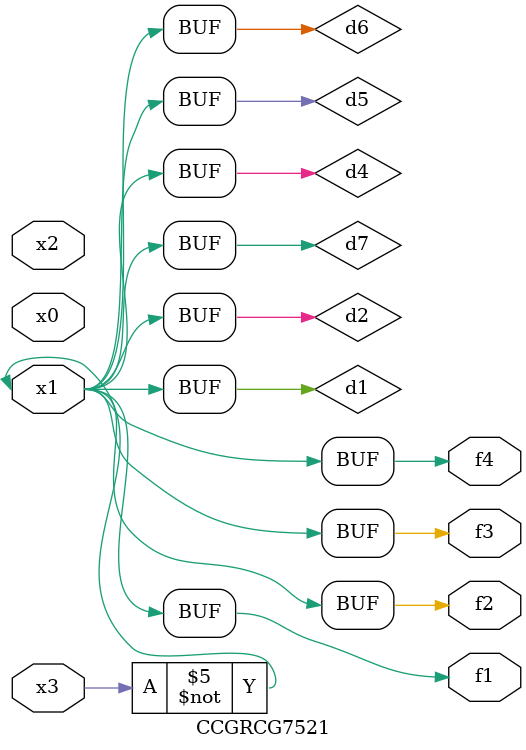
<source format=v>
module CCGRCG7521(
	input x0, x1, x2, x3,
	output f1, f2, f3, f4
);

	wire d1, d2, d3, d4, d5, d6, d7;

	not (d1, x3);
	buf (d2, x1);
	xnor (d3, d1, d2);
	nor (d4, d1);
	buf (d5, d1, d2);
	buf (d6, d4, d5);
	nand (d7, d4);
	assign f1 = d6;
	assign f2 = d7;
	assign f3 = d6;
	assign f4 = d6;
endmodule

</source>
